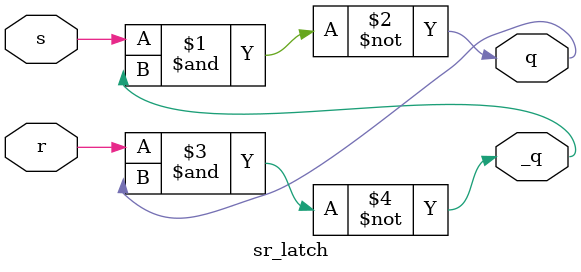
<source format=v>
`define NAND nand #5

module sr_latch
(
	input s,
	input r,
	output q,
	output _q
);

`NAND top(q,s,_q);
`NAND bot(_q,r,q);

endmodule

</source>
